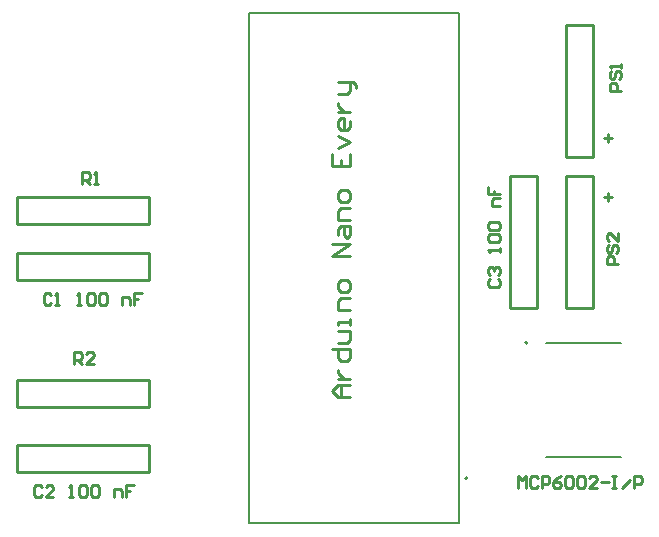
<source format=gto>
G04*
G04 #@! TF.GenerationSoftware,Altium Limited,Altium Designer,23.9.2 (47)*
G04*
G04 Layer_Color=65535*
%FSLAX44Y44*%
%MOMM*%
G71*
G04*
G04 #@! TF.SameCoordinates,46B5A302-6E6C-404E-93B2-20E072586C78*
G04*
G04*
G04 #@! TF.FilePolarity,Positive*
G04*
G01*
G75*
%ADD10C,0.2000*%
%ADD11C,0.1270*%
%ADD12C,0.2540*%
D10*
X417300Y40400D02*
G03*
X417300Y40400I-1000J0D01*
G01*
X468150Y155400D02*
G03*
X468150Y155400I-1000J0D01*
G01*
D11*
X232400Y2300D02*
X410200D01*
X232400D02*
Y434100D01*
X410200D01*
Y2300D02*
Y434100D01*
X483850Y154900D02*
X547450D01*
X483850Y58900D02*
X547450D01*
D12*
X453570Y184720D02*
X476430D01*
X453570Y296480D02*
X476430D01*
X453570Y184720D02*
Y296480D01*
X476430Y184720D02*
Y296480D01*
X501070Y312220D02*
X523930D01*
X501070Y423980D02*
X523930D01*
X501070Y312220D02*
Y423980D01*
X523930Y312220D02*
Y423980D01*
X501070Y296480D02*
X523930D01*
X501070Y184720D02*
X523930D01*
Y296480D01*
X501070Y184720D02*
Y296480D01*
X36020Y123930D02*
X147780D01*
X36020Y101070D02*
X147780D01*
X36020D02*
Y123930D01*
X147780Y101070D02*
Y123930D01*
X147780Y256070D02*
Y278930D01*
X36020Y256070D02*
Y278930D01*
Y256070D02*
X147780D01*
X36020Y278930D02*
X147780D01*
Y208570D02*
Y231430D01*
X36020Y208570D02*
Y231430D01*
Y208570D02*
X147780D01*
X36020Y231430D02*
X147780D01*
Y46070D02*
Y68930D01*
X36020Y46070D02*
Y68930D01*
Y46070D02*
X147780D01*
X36020Y68930D02*
X147780D01*
X317578Y109193D02*
X307422D01*
X302343Y114271D01*
X307422Y119350D01*
X317578D01*
X309961D01*
Y109193D01*
X307422Y124428D02*
X317578D01*
X312500D01*
X309961Y126967D01*
X307422Y129507D01*
Y132046D01*
X302343Y149820D02*
X317578D01*
Y142203D01*
X315039Y139663D01*
X309961D01*
X307422Y142203D01*
Y149820D01*
Y154898D02*
X315039D01*
X317578Y157437D01*
Y165055D01*
X307422D01*
X317578Y170133D02*
Y175212D01*
Y172673D01*
X307422D01*
Y170133D01*
X317578Y182829D02*
X307422D01*
Y190447D01*
X309961Y192986D01*
X317578D01*
Y200604D02*
Y205682D01*
X315039Y208221D01*
X309961D01*
X307422Y205682D01*
Y200604D01*
X309961Y198064D01*
X315039D01*
X317578Y200604D01*
Y228535D02*
X302343D01*
X317578Y238691D01*
X302343D01*
X307422Y246309D02*
Y251387D01*
X309961Y253926D01*
X317578D01*
Y246309D01*
X315039Y243770D01*
X312500Y246309D01*
Y253926D01*
X317578Y259005D02*
X307422D01*
Y266622D01*
X309961Y269161D01*
X317578D01*
Y276779D02*
Y281857D01*
X315039Y284396D01*
X309961D01*
X307422Y281857D01*
Y276779D01*
X309961Y274240D01*
X315039D01*
X317578Y276779D01*
X302343Y314867D02*
Y304710D01*
X317578D01*
Y314867D01*
X309961Y304710D02*
Y309788D01*
X307422Y319945D02*
X317578Y325023D01*
X307422Y330102D01*
X317578Y342798D02*
Y337719D01*
X315039Y335180D01*
X309961D01*
X307422Y337719D01*
Y342798D01*
X309961Y345337D01*
X312500D01*
Y335180D01*
X307422Y350415D02*
X317578D01*
X312500D01*
X309961Y352954D01*
X307422Y355493D01*
Y358033D01*
Y365650D02*
X315039D01*
X317578Y368189D01*
Y375807D01*
X320117D01*
X322657Y373268D01*
Y370728D01*
X317578Y375807D02*
X307422D01*
X436668Y209178D02*
X435002Y207512D01*
Y204180D01*
X436668Y202514D01*
X443332D01*
X444998Y204180D01*
Y207512D01*
X443332Y209178D01*
X436668Y212511D02*
X435002Y214177D01*
Y217509D01*
X436668Y219175D01*
X438334D01*
X440000Y217509D01*
Y215843D01*
Y217509D01*
X441666Y219175D01*
X443332D01*
X444998Y217509D01*
Y214177D01*
X443332Y212511D01*
X444998Y232504D02*
Y235836D01*
Y234170D01*
X435002D01*
X436668Y232504D01*
Y240835D02*
X435002Y242501D01*
Y245833D01*
X436668Y247499D01*
X443332D01*
X444998Y245833D01*
Y242501D01*
X443332Y240835D01*
X436668D01*
Y250832D02*
X435002Y252498D01*
Y255830D01*
X436668Y257496D01*
X443332D01*
X444998Y255830D01*
Y252498D01*
X443332Y250832D01*
X436668D01*
X444998Y270825D02*
X438334D01*
Y275823D01*
X440000Y277489D01*
X444998D01*
X435002Y287486D02*
Y280822D01*
X440000D01*
Y284154D01*
Y280822D01*
X444998D01*
X460017Y32502D02*
Y42498D01*
X463349Y39166D01*
X466681Y42498D01*
Y32502D01*
X476678Y40832D02*
X475012Y42498D01*
X471680D01*
X470014Y40832D01*
Y34168D01*
X471680Y32502D01*
X475012D01*
X476678Y34168D01*
X480010Y32502D02*
Y42498D01*
X485009D01*
X486675Y40832D01*
Y37500D01*
X485009Y35834D01*
X480010D01*
X496672Y42498D02*
X493340Y40832D01*
X490007Y37500D01*
Y34168D01*
X491673Y32502D01*
X495006D01*
X496672Y34168D01*
Y35834D01*
X495006Y37500D01*
X490007D01*
X500004Y40832D02*
X501670Y42498D01*
X505002D01*
X506669Y40832D01*
Y34168D01*
X505002Y32502D01*
X501670D01*
X500004Y34168D01*
Y40832D01*
X510001D02*
X511667Y42498D01*
X514999D01*
X516665Y40832D01*
Y34168D01*
X514999Y32502D01*
X511667D01*
X510001Y34168D01*
Y40832D01*
X526662Y32502D02*
X519998D01*
X526662Y39166D01*
Y40832D01*
X524996Y42498D01*
X521664D01*
X519998Y40832D01*
X529994Y37500D02*
X536659D01*
X539991Y42498D02*
X543323D01*
X541657D01*
Y32502D01*
X539991D01*
X543323D01*
X548322D02*
X554986Y39166D01*
X558319Y32502D02*
Y42498D01*
X563317D01*
X564983Y40832D01*
Y37500D01*
X563317Y35834D01*
X558319D01*
X547498Y368337D02*
X537502D01*
Y373335D01*
X539168Y375002D01*
X542500D01*
X544166Y373335D01*
Y368337D01*
X539168Y384998D02*
X537502Y383332D01*
Y380000D01*
X539168Y378334D01*
X540834D01*
X542500Y380000D01*
Y383332D01*
X544166Y384998D01*
X545832D01*
X547498Y383332D01*
Y380000D01*
X545832Y378334D01*
X547498Y388331D02*
Y391663D01*
Y389997D01*
X537502D01*
X539168Y388331D01*
X544998Y221671D02*
X535002D01*
Y226669D01*
X536668Y228335D01*
X540000D01*
X541666Y226669D01*
Y221671D01*
X536668Y238332D02*
X535002Y236666D01*
Y233334D01*
X536668Y231668D01*
X538334D01*
X540000Y233334D01*
Y236666D01*
X541666Y238332D01*
X543332D01*
X544998Y236666D01*
Y233334D01*
X543332Y231668D01*
X544998Y248329D02*
Y241665D01*
X538334Y248329D01*
X536668D01*
X535002Y246663D01*
Y243331D01*
X536668Y241665D01*
X84169Y137502D02*
Y147498D01*
X89168D01*
X90834Y145832D01*
Y142500D01*
X89168Y140834D01*
X84169D01*
X87502D02*
X90834Y137502D01*
X100831D02*
X94166D01*
X100831Y144166D01*
Y145832D01*
X99164Y147498D01*
X95832D01*
X94166Y145832D01*
X65011Y195832D02*
X63345Y197498D01*
X60013D01*
X58347Y195832D01*
Y189168D01*
X60013Y187502D01*
X63345D01*
X65011Y189168D01*
X68344Y187502D02*
X71676D01*
X70010D01*
Y197498D01*
X68344Y195832D01*
X86671Y187502D02*
X90003D01*
X88337D01*
Y197498D01*
X86671Y195832D01*
X95002D02*
X96668Y197498D01*
X100000D01*
X101666Y195832D01*
Y189168D01*
X100000Y187502D01*
X96668D01*
X95002Y189168D01*
Y195832D01*
X104998D02*
X106664Y197498D01*
X109997D01*
X111663Y195832D01*
Y189168D01*
X109997Y187502D01*
X106664D01*
X104998Y189168D01*
Y195832D01*
X124992Y187502D02*
Y194166D01*
X129990D01*
X131657Y192500D01*
Y187502D01*
X141653Y197498D02*
X134989D01*
Y192500D01*
X138321D01*
X134989D01*
Y187502D01*
X56678Y33332D02*
X55012Y34998D01*
X51680D01*
X50014Y33332D01*
Y26668D01*
X51680Y25002D01*
X55012D01*
X56678Y26668D01*
X66675Y25002D02*
X60010D01*
X66675Y31666D01*
Y33332D01*
X65009Y34998D01*
X61677D01*
X60010Y33332D01*
X80004Y25002D02*
X83336D01*
X81670D01*
Y34998D01*
X80004Y33332D01*
X88335D02*
X90001Y34998D01*
X93333D01*
X94999Y33332D01*
Y26668D01*
X93333Y25002D01*
X90001D01*
X88335Y26668D01*
Y33332D01*
X98331D02*
X99998Y34998D01*
X103330D01*
X104996Y33332D01*
Y26668D01*
X103330Y25002D01*
X99998D01*
X98331Y26668D01*
Y33332D01*
X118325Y25002D02*
Y31666D01*
X123323D01*
X124990Y30000D01*
Y25002D01*
X134986Y34998D02*
X128322D01*
Y30000D01*
X131654D01*
X128322D01*
Y25002D01*
X532540Y328372D02*
X539204D01*
X535872Y331704D02*
Y325040D01*
X532540Y278372D02*
X539204D01*
X535872Y281705D02*
Y275040D01*
X90836Y290002D02*
Y299998D01*
X95834D01*
X97500Y298332D01*
Y295000D01*
X95834Y293334D01*
X90836D01*
X94168D02*
X97500Y290002D01*
X100832D02*
X104164D01*
X102498D01*
Y299998D01*
X100832Y298332D01*
M02*

</source>
